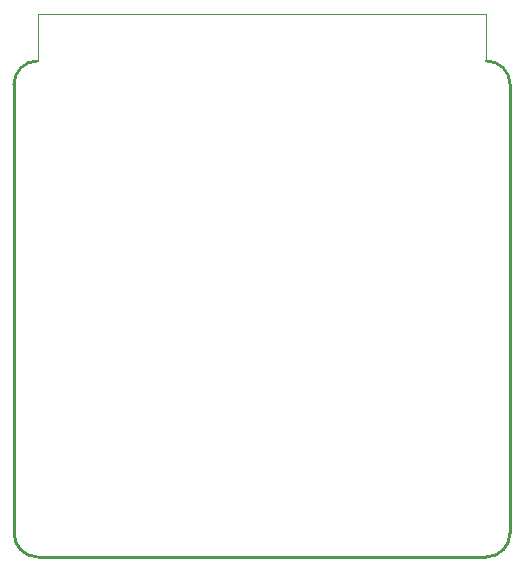
<source format=gbr>
%TF.GenerationSoftware,KiCad,Pcbnew,7.0.2*%
%TF.CreationDate,2023-10-26T18:42:08-06:00*%
%TF.ProjectId,LED_Probe_PCB,4c45445f-5072-46f6-9265-5f5043422e6b,rev?*%
%TF.SameCoordinates,Original*%
%TF.FileFunction,Profile,NP*%
%FSLAX46Y46*%
G04 Gerber Fmt 4.6, Leading zero omitted, Abs format (unit mm)*
G04 Created by KiCad (PCBNEW 7.0.2) date 2023-10-26 18:42:08*
%MOMM*%
%LPD*%
G01*
G04 APERTURE LIST*
%TA.AperFunction,Profile*%
%ADD10C,0.250000*%
%TD*%
%TA.AperFunction,Profile*%
%ADD11C,0.100000*%
%TD*%
G04 APERTURE END LIST*
D10*
X19000000Y-21000000D02*
G75*
G03*
X21000000Y-19000000I0J2000000D01*
G01*
X21000000Y19000000D02*
G75*
G03*
X19000000Y21000000I-2000000J0D01*
G01*
X-19000000Y-21000000D02*
X19000000Y-21000000D01*
X-21000000Y-19000000D02*
G75*
G03*
X-19000000Y-21000000I1999999J-1D01*
G01*
X-21000000Y19000000D02*
X-21000000Y-19000000D01*
X21000000Y-19000000D02*
X21000000Y19000000D01*
X-19000000Y21000000D02*
G75*
G03*
X-21000000Y19000000I-1J-1999999D01*
G01*
D11*
X19000000Y21000000D02*
X19000000Y25000000D01*
X-19000000Y21000000D02*
X-19000000Y25000000D01*
X-19000000Y25000000D02*
X19000000Y25000000D01*
M02*

</source>
